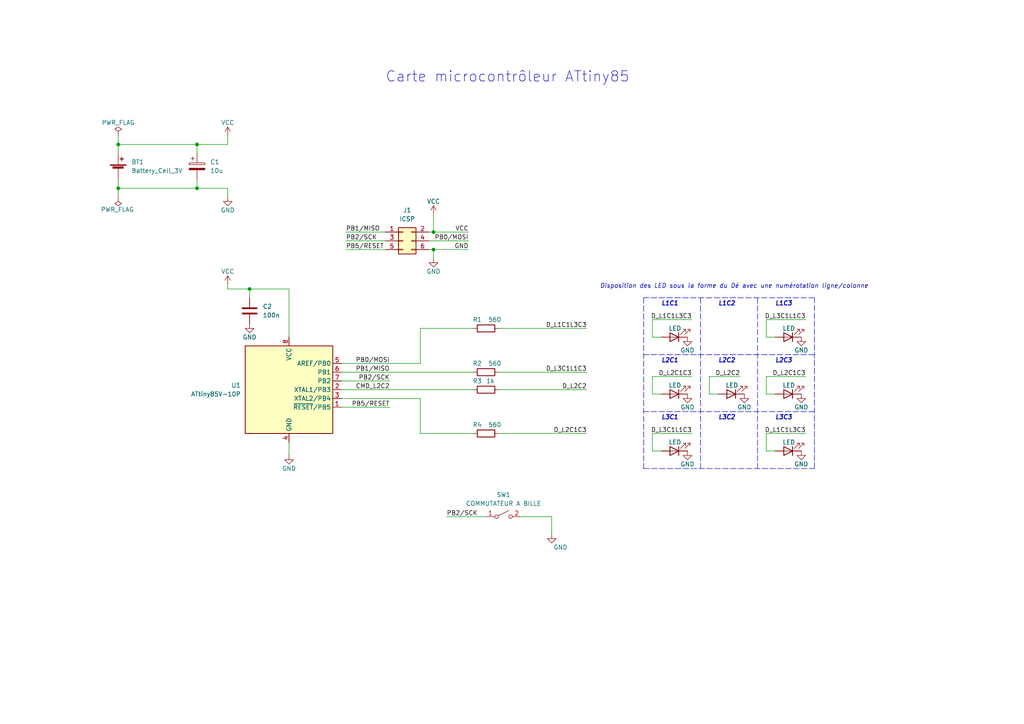
<source format=kicad_sch>
(kicad_sch (version 20210621) (generator eeschema)
  (paper "A4")
  (title_block (title "De-electronique") (date "2021-07-26") (rev "1.0"))
  (lib_symbols
    (symbol "Connector_Generic:Conn_02x03_Odd_Even" (pin_names (offset 1.016) hide)
      (property "Reference" "J" (at 1.27 5.08 0))
      (property "Value" "Conn_02x03_Odd_Even" (at 1.27 -5.08 0))
      (symbol "Conn_02x03_Odd_Even_1_1"
        (rectangle (start -1.27 -2.413) (end 0 -2.667) (stroke (width 0.1524)))
        (rectangle (start -1.27 0.127) (end 0 -0.127) (stroke (width 0.1524)))
        (rectangle (start -1.27 2.667) (end 0 2.413) (stroke (width 0.1524)))
        (rectangle (start 3.81 -2.413) (end 2.54 -2.667) (stroke (width 0.1524)))
        (rectangle (start 3.81 0.127) (end 2.54 -0.127) (stroke (width 0.1524)))
        (rectangle (start 3.81 2.667) (end 2.54 2.413) (stroke (width 0.1524)))
        (rectangle (start -1.27 3.81) (end 3.81 -3.81) (stroke (width 0.254)) (fill (type background)))
        (pin passive line (at -5.08 2.54 0) (length 3.81) (name "Pin_1") (number "1"))
        (pin passive line (at 7.62 2.54 180) (length 3.81) (name "Pin_2") (number "2"))
        (pin passive line (at -5.08 0 0) (length 3.81) (name "Pin_3") (number "3"))
        (pin passive line (at 7.62 0 180) (length 3.81) (name "Pin_4") (number "4"))
        (pin passive line (at -5.08 -2.54 0) (length 3.81) (name "Pin_5") (number "5"))
        (pin passive line (at 7.62 -2.54 180) (length 3.81) (name "Pin_6") (number "6"))
      )
    )
    (symbol "Device:Battery_Cell" (pin_numbers hide) (pin_names (offset 0) hide)
      (property "Reference" "BT" (at 2.54 2.54 0))
      (property "Value" "Battery_Cell" (at 2.54 0 0))
      (symbol "Battery_Cell_0_1"
        (rectangle (start -2.286 1.778) (end 2.286 1.524) (fill (type outline)))
        (rectangle (start -1.5748 1.1938) (end 1.4732 0.6858) (fill (type outline)))
        (polyline (pts (xy 0 0.762) (xy 0 0)))
        (polyline (pts (xy 0 1.778) (xy 0 2.54)))
        (polyline (pts (xy 0.508 3.429) (xy 1.524 3.429)) (stroke (width 0.254)))
        (polyline (pts (xy 1.016 3.937) (xy 1.016 2.921)) (stroke (width 0.254)))
      )
      (symbol "Battery_Cell_1_1"
        (pin passive line (at 0 5.08 270) (length 2.54) (name "+") (number "1"))
        (pin passive line (at 0 -2.54 90) (length 2.54) (name "-") (number "2"))
      )
    )
    (symbol "Device:C" (pin_numbers hide) (pin_names (offset 0.254))
      (property "Reference" "C" (at 0.635 2.54 0))
      (property "Value" "C" (at 0.635 -2.54 0))
      (symbol "C_0_1"
        (polyline (pts (xy -2.032 -0.762) (xy 2.032 -0.762)) (stroke (width 0.508)))
        (polyline (pts (xy -2.032 0.762) (xy 2.032 0.762)) (stroke (width 0.508)))
      )
      (symbol "C_1_1"
        (pin passive line (at 0 3.81 270) (length 2.794) (name "~") (number "1"))
        (pin passive line (at 0 -3.81 90) (length 2.794) (name "~") (number "2"))
      )
    )
    (symbol "Device:C_Polarized" (pin_numbers hide) (pin_names (offset 0.254))
      (property "Reference" "C" (at 0.635 2.54 0))
      (property "Value" "C_Polarized" (at 0.635 -2.54 0))
      (symbol "C_Polarized_0_1"
        (rectangle (start -2.286 0.508) (end 2.286 1.016))
        (rectangle (start 2.286 -0.508) (end -2.286 -1.016) (fill (type outline)))
        (polyline (pts (xy -1.778 2.286) (xy -0.762 2.286)))
        (polyline (pts (xy -1.27 2.794) (xy -1.27 1.778)))
      )
      (symbol "C_Polarized_1_1"
        (pin passive line (at 0 3.81 270) (length 2.794) (name "~") (number "1"))
        (pin passive line (at 0 -3.81 90) (length 2.794) (name "~") (number "2"))
      )
    )
    (symbol "Device:LED" (pin_numbers hide) (pin_names (offset 1.016) hide)
      (property "Reference" "D" (at 0 2.54 0))
      (property "Value" "LED" (at 0 -2.54 0))
      (symbol "LED_0_1"
        (polyline (pts (xy -1.27 -1.27) (xy -1.27 1.27)) (stroke (width 0.254)))
        (polyline (pts (xy -1.27 0) (xy 1.27 0)))
        (polyline (pts (xy 1.27 -1.27) (xy 1.27 1.27) (xy -1.27 0) (xy 1.27 -1.27)) (stroke (width 0.254)))
        (polyline (pts (xy -3.048 -0.762) (xy -4.572 -2.286) (xy -3.81 -2.286) (xy -4.572 -2.286) (xy -4.572 -1.524)))
        (polyline (pts (xy -1.778 -0.762) (xy -3.302 -2.286) (xy -2.54 -2.286) (xy -3.302 -2.286) (xy -3.302 -1.524)))
      )
      (symbol "LED_1_1"
        (pin passive line (at -3.81 0 0) (length 2.54) (name "K") (number "1"))
        (pin passive line (at 3.81 0 180) (length 2.54) (name "A") (number "2"))
      )
    )
    (symbol "Device:R" (pin_numbers hide) (pin_names (offset 0))
      (property "Reference" "R" (at 2.032 0 90))
      (property "Value" "R" (at 0 0 90))
      (symbol "R_0_1"
        (rectangle (start -1.016 -2.54) (end 1.016 2.54) (stroke (width 0.254)))
      )
      (symbol "R_1_1"
        (pin passive line (at 0 3.81 270) (length 1.27) (name "~") (number "1"))
        (pin passive line (at 0 -3.81 90) (length 1.27) (name "~") (number "2"))
      )
    )
    (symbol "MCU_Microchip_ATtiny:ATtiny85V-10P"
      (property "Reference" "U" (at -12.7 13.97 0))
      (property "Value" "ATtiny85V-10P" (at 2.54 -13.97 0))
      (symbol "ATtiny85V-10P_0_1"
        (rectangle (start -12.7 -12.7) (end 12.7 12.7) (stroke (width 0.254)) (fill (type background)))
      )
      (symbol "ATtiny85V-10P_1_1"
        (pin bidirectional line (at 15.24 -5.08 180) (length 2.54) (name "~{RESET}/PB5") (number "1"))
        (pin bidirectional line (at 15.24 0 180) (length 2.54) (name "XTAL1/PB3") (number "2"))
        (pin bidirectional line (at 15.24 -2.54 180) (length 2.54) (name "XTAL2/PB4") (number "3"))
        (pin power_in line (at 0 -15.24 90) (length 2.54) (name "GND") (number "4"))
        (pin bidirectional line (at 15.24 7.62 180) (length 2.54) (name "AREF/PB0") (number "5"))
        (pin bidirectional line (at 15.24 5.08 180) (length 2.54) (name "PB1") (number "6"))
        (pin bidirectional line (at 15.24 2.54 180) (length 2.54) (name "PB2") (number "7"))
        (pin power_in line (at 0 15.24 270) (length 2.54) (name "VCC") (number "8"))
      )
    )
    (symbol "Switch:SW_SPST" (pin_names (offset 0) hide)
      (property "Reference" "SW" (at 0 3.175 0))
      (property "Value" "SW_SPST" (at 0 -2.54 0))
      (symbol "SW_SPST_0_0"
        (circle (center -2.032 0) (radius 0.508))
        (circle (center 2.032 0) (radius 0.508))
        (polyline (pts (xy -1.524 0.254) (xy 1.524 1.778)))
      )
      (symbol "SW_SPST_1_1"
        (pin passive line (at -5.08 0 0) (length 2.54) (name "A") (number "1"))
        (pin passive line (at 5.08 0 180) (length 2.54) (name "B") (number "2"))
      )
    )
    (symbol "power:GND" (power) (pin_names (offset 0))
      (property "Value" "GND" (at 0 -3.81 0))
      (symbol "GND_0_1"
        (polyline (pts (xy 0 0) (xy 0 -1.27) (xy 1.27 -1.27) (xy 0 -2.54) (xy -1.27 -1.27) (xy 0 -1.27)))
      )
      (symbol "GND_1_1"
        (pin power_in line (at 0 0 270) (length 0) hide (name "GND") (number "1"))
      )
    )
    (symbol "power:PWR_FLAG" (power) (pin_numbers hide) (pin_names (offset 0) hide)
      (property "Value" "PWR_FLAG" (at 0 3.81 0))
      (symbol "PWR_FLAG_0_0"
        (pin power_out line (at 0 0 90) (length 0) (name "pwr") (number "1"))
      )
      (symbol "PWR_FLAG_0_1"
        (polyline (pts (xy 0 0) (xy 0 1.27) (xy -1.016 1.905) (xy 0 2.54) (xy 1.016 1.905) (xy 0 1.27)))
      )
    )
    (symbol "power:VCC" (power) (pin_names (offset 0))
      (property "Value" "VCC" (at 0 3.81 0))
      (symbol "VCC_0_1"
        (polyline (pts (xy -0.762 1.27) (xy 0 2.54)))
        (polyline (pts (xy 0 0) (xy 0 2.54)))
        (polyline (pts (xy 0 2.54) (xy 0.762 1.27)))
      )
      (symbol "VCC_1_1"
        (pin power_in line (at 0 0 90) (length 0) hide (name "VCC") (number "1"))
      )
    )
  )
  (junction (at 34.29 41.91) (diameter 0.9144))
  (junction (at 34.29 54.61) (diameter 0.9144))
  (junction (at 57.15 41.91) (diameter 0.9144))
  (junction (at 57.15 54.61) (diameter 0.9144))
  (junction (at 72.39 83.82) (diameter 0.9144))
  (junction (at 125.73 67.31) (diameter 0.9144))
  (junction (at 125.73 72.39) (diameter 0.9144))
  (wire (pts (xy 34.29 39.37) (xy 34.29 41.91)))
  (wire (pts (xy 34.29 41.91) (xy 34.29 44.45)))
  (wire (pts (xy 34.29 54.61) (xy 34.29 52.07)))
  (wire (pts (xy 34.29 57.15) (xy 34.29 54.61)))
  (wire (pts (xy 57.15 41.91) (xy 34.29 41.91)))
  (wire (pts (xy 57.15 44.45) (xy 57.15 41.91)))
  (wire (pts (xy 57.15 52.07) (xy 57.15 54.61)))
  (wire (pts (xy 57.15 54.61) (xy 34.29 54.61)))
  (wire (pts (xy 66.04 39.37) (xy 66.04 41.91)))
  (wire (pts (xy 66.04 41.91) (xy 57.15 41.91)))
  (wire (pts (xy 66.04 54.61) (xy 57.15 54.61)))
  (wire (pts (xy 66.04 57.15) (xy 66.04 54.61)))
  (wire (pts (xy 66.04 83.82) (xy 66.04 82.55)))
  (wire (pts (xy 66.04 83.82) (xy 72.39 83.82)))
  (wire (pts (xy 72.39 83.82) (xy 72.39 86.36)))
  (wire (pts (xy 83.82 83.82) (xy 72.39 83.82)))
  (wire (pts (xy 83.82 83.82) (xy 83.82 97.79)))
  (wire (pts (xy 83.82 132.08) (xy 83.82 128.27)))
  (wire (pts (xy 99.06 105.41) (xy 121.92 105.41)))
  (wire (pts (xy 99.06 107.95) (xy 137.16 107.95)))
  (wire (pts (xy 99.06 110.49) (xy 113.03 110.49)))
  (wire (pts (xy 99.06 113.03) (xy 137.16 113.03)))
  (wire (pts (xy 99.06 115.57) (xy 121.92 115.57)))
  (wire (pts (xy 99.06 118.11) (xy 113.03 118.11)))
  (wire (pts (xy 100.33 67.31) (xy 111.76 67.31)))
  (wire (pts (xy 100.33 69.85) (xy 111.76 69.85)))
  (wire (pts (xy 100.33 72.39) (xy 111.76 72.39)))
  (wire (pts (xy 121.92 95.25) (xy 137.16 95.25)))
  (wire (pts (xy 121.92 105.41) (xy 121.92 95.25)))
  (wire (pts (xy 121.92 115.57) (xy 121.92 125.73)))
  (wire (pts (xy 121.92 125.73) (xy 137.16 125.73)))
  (wire (pts (xy 124.46 67.31) (xy 125.73 67.31)))
  (wire (pts (xy 124.46 69.85) (xy 135.89 69.85)))
  (wire (pts (xy 124.46 72.39) (xy 125.73 72.39)))
  (wire (pts (xy 125.73 62.23) (xy 125.73 67.31)))
  (wire (pts (xy 125.73 67.31) (xy 135.89 67.31)))
  (wire (pts (xy 125.73 72.39) (xy 125.73 74.93)))
  (wire (pts (xy 125.73 72.39) (xy 135.89 72.39)))
  (wire (pts (xy 129.54 149.86) (xy 140.97 149.86)))
  (wire (pts (xy 144.78 95.25) (xy 170.18 95.25)))
  (wire (pts (xy 144.78 107.95) (xy 170.18 107.95)))
  (wire (pts (xy 144.78 125.73) (xy 170.18 125.73)))
  (wire (pts (xy 151.13 149.86) (xy 160.02 149.86)))
  (wire (pts (xy 160.02 149.86) (xy 160.02 154.94)))
  (wire (pts (xy 170.18 113.03) (xy 144.78 113.03)))
  (wire (pts (xy 189.23 92.71) (xy 189.23 97.79)))
  (wire (pts (xy 189.23 92.71) (xy 200.66 92.71)))
  (wire (pts (xy 189.23 109.22) (xy 189.23 114.3)))
  (wire (pts (xy 189.23 109.22) (xy 200.66 109.22)))
  (wire (pts (xy 189.23 125.73) (xy 189.23 130.81)))
  (wire (pts (xy 189.23 125.73) (xy 200.66 125.73)))
  (wire (pts (xy 191.77 97.79) (xy 189.23 97.79)))
  (wire (pts (xy 191.77 114.3) (xy 189.23 114.3)))
  (wire (pts (xy 191.77 130.81) (xy 189.23 130.81)))
  (wire (pts (xy 205.74 109.22) (xy 205.74 114.3)))
  (wire (pts (xy 205.74 109.22) (xy 214.63 109.22)))
  (wire (pts (xy 208.28 114.3) (xy 205.74 114.3)))
  (wire (pts (xy 222.25 92.71) (xy 222.25 97.79)))
  (wire (pts (xy 222.25 92.71) (xy 233.68 92.71)))
  (wire (pts (xy 222.25 109.22) (xy 222.25 114.3)))
  (wire (pts (xy 222.25 109.22) (xy 233.68 109.22)))
  (wire (pts (xy 222.25 125.73) (xy 222.25 130.81)))
  (wire (pts (xy 222.25 125.73) (xy 233.68 125.73)))
  (wire (pts (xy 224.79 97.79) (xy 222.25 97.79)))
  (wire (pts (xy 224.79 114.3) (xy 222.25 114.3)))
  (wire (pts (xy 224.79 130.81) (xy 222.25 130.81)))
  (polyline (pts (xy 186.69 86.36) (xy 186.69 135.89)) (stroke (width 0) (type dash)))
  (polyline (pts (xy 186.69 135.89) (xy 236.22 135.89)) (stroke (width 0) (type dash)))
  (polyline (pts (xy 203.2 86.36) (xy 203.2 135.89)) (stroke (width 0) (type dash)))
  (polyline (pts (xy 219.71 86.36) (xy 219.71 135.89)) (stroke (width 0) (type dash)))
  (polyline (pts (xy 236.22 86.36) (xy 186.69 86.36)) (stroke (width 0) (type dash)))
  (polyline (pts (xy 236.22 102.87) (xy 186.69 102.87)) (stroke (width 0) (type dash)))
  (polyline (pts (xy 236.22 119.38) (xy 186.69 119.38)) (stroke (width 0) (type dash)))
  (polyline (pts (xy 236.22 135.89) (xy 236.22 86.36)) (stroke (width 0) (type dash)))
  (text "Carte microcontrôleur ATtiny85" (at 111.76 24.13 0) (effects (font (size 3 3)) (justify left bottom)))
  (text "Disposition des LED sous la forme du Dé avec une numérotation ligne/colonne" (at 173.99 83.82 0) (effects (font (size 1.27 1.27) italic) (justify left bottom)))
  (text "L1C1" (at 191.77 88.9 0) (effects (font (size 1.27 1.27) (thickness 0.254) bold italic) (justify left bottom)))
  (text "L2C1" (at 191.77 105.41 0) (effects (font (size 1.27 1.27) (thickness 0.254) bold italic) (justify left bottom)))
  (text "L3C1" (at 191.77 121.92 0) (effects (font (size 1.27 1.27) (thickness 0.254) bold italic) (justify left bottom)))
  (text "L1C2" (at 208.28 88.9 0) (effects (font (size 1.27 1.27) (thickness 0.254) bold italic) (justify left bottom)))
  (text "L2C2" (at 208.28 105.41 0) (effects (font (size 1.27 1.27) (thickness 0.254) bold italic) (justify left bottom)))
  (text "L3C2" (at 208.28 121.92 0) (effects (font (size 1.27 1.27) (thickness 0.254) bold italic) (justify left bottom)))
  (text "L1C3" (at 224.79 88.9 0) (effects (font (size 1.27 1.27) (thickness 0.254) bold italic) (justify left bottom)))
  (text "L2C3" (at 224.79 105.41 0) (effects (font (size 1.27 1.27) (thickness 0.254) bold italic) (justify left bottom)))
  (text "L3C3" (at 224.79 121.92 0) (effects (font (size 1.27 1.27) (thickness 0.254) bold italic) (justify left bottom)))
  (label "PB1{slash}MISO" (at 100.33 67.31 0))
  (label "PB2{slash}SCK" (at 100.33 69.85 0))
  (label "PB5{slash}RESET" (at 100.33 72.39 0))
  (label "PB0{slash}MOSI" (at 113.03 105.41 180))
  (label "PB1{slash}MISO" (at 113.03 107.95 180))
  (label "PB2{slash}SCK" (at 113.03 110.49 180))
  (label "CMD_L2C2" (at 113.03 113.03 180))
  (label "PB5{slash}RESET" (at 113.03 118.11 180))
  (label "PB2{slash}SCK" (at 129.54 149.86 0))
  (label "VCC" (at 135.89 67.31 180))
  (label "PB0{slash}MOSI" (at 135.89 69.85 180))
  (label "GND" (at 135.89 72.39 180))
  (label "D_L1C1L3C3" (at 170.18 95.25 180))
  (label "D_L3C1L1C3" (at 170.18 107.95 180))
  (label "D_L2C2" (at 170.18 113.03 180))
  (label "D_L2C1C3" (at 170.18 125.73 180))
  (label "D_L1C1L3C3" (at 200.66 92.71 180))
  (label "D_L2C1C3" (at 200.66 109.22 180))
  (label "D_L3C1L1C3" (at 200.66 125.73 180))
  (label "D_L2C2" (at 214.63 109.22 180))
  (label "D_L3C1L1C3" (at 233.68 92.71 180))
  (label "D_L2C1C3" (at 233.68 109.22 180))
  (label "D_L1C1L3C3" (at 233.68 125.73 180))
  (symbol (lib_id "power:VCC") (at 66.04 39.37 0) (unit 1)
    (property "Reference" "#PWR01" (effects hide))
    (property "Value" "VCC" (at 66.04 35.56 0))
  )
  (symbol (lib_id "power:VCC") (at 66.04 82.55 0) (unit 1)
    (property "Reference" "#PWR03" (effects hide))
    (property "Value" "VCC" (at 66.04 78.74 0))
  )
  (symbol (lib_id "power:VCC") (at 125.73 62.23 0) (unit 1)
    (property "Reference" "#PWR06" (effects hide))
    (property "Value" "VCC" (at 125.73 58.42 0))
  )
  (symbol (lib_id "power:PWR_FLAG") (at 34.29 39.37 0) (unit 1)
    (property "Reference" "#FLG01" (effects hide))
    (property "Value" "PWR_FLAG" (at 34.29 35.56 0))
  )
  (symbol (lib_id "power:PWR_FLAG") (at 34.29 57.15 180) (unit 1)
    (property "Reference" "#FLG02" (effects hide))
    (property "Value" "PWR_FLAG" (at 29.21 60.7694 0) (effects (justify right)))
  )
  (symbol (lib_id "power:GND") (at 66.04 57.15 0) (unit 1)
    (property "Reference" "#PWR02" (effects hide))
    (property "Value" "GND" (at 66.04 60.96 0))
  )
  (symbol (lib_id "power:GND") (at 72.39 93.98 0) (unit 1)
    (property "Reference" "#PWR04" (effects hide))
    (property "Value" "GND" (at 72.39 97.79 0))
  )
  (symbol (lib_id "power:GND") (at 83.82 132.08 0) (unit 1)
    (property "Reference" "#PWR05" (effects hide))
    (property "Value" "GND" (at 83.82 135.89 0))
  )
  (symbol (lib_id "power:GND") (at 125.73 74.93 0) (unit 1)
    (property "Reference" "#PWR07" (effects hide))
    (property "Value" "GND" (at 125.73 78.74 0))
  )
  (symbol (lib_id "power:GND") (at 160.02 154.94 0) (unit 1)
    (property "Reference" "#PWR08" (effects hide))
    (property "Value" "GND" (at 162.56 158.75 0))
  )
  (symbol (lib_id "power:GND") (at 199.39 97.79 0) (unit 1)
    (property "Reference" "#PWR09" (effects hide))
    (property "Value" "GND" (at 199.39 101.6 0))
  )
  (symbol (lib_id "power:GND") (at 199.39 114.3 0) (unit 1)
    (property "Reference" "#PWR010" (effects hide))
    (property "Value" "GND" (at 199.39 118.11 0))
  )
  (symbol (lib_id "power:GND") (at 199.39 130.81 0) (unit 1)
    (property "Reference" "#PWR011" (effects hide))
    (property "Value" "GND" (at 199.39 134.62 0))
  )
  (symbol (lib_id "power:GND") (at 215.9 114.3 0) (unit 1)
    (property "Reference" "#PWR012" (effects hide))
    (property "Value" "GND" (at 215.9 118.11 0))
  )
  (symbol (lib_id "power:GND") (at 232.41 97.79 0) (unit 1)
    (property "Reference" "#PWR013" (effects hide))
    (property "Value" "GND" (at 232.41 101.6 0))
  )
  (symbol (lib_id "power:GND") (at 232.41 114.3 0) (unit 1)
    (property "Reference" "#PWR014" (effects hide))
    (property "Value" "GND" (at 232.41 118.11 0))
  )
  (symbol (lib_id "power:GND") (at 232.41 130.81 0) (unit 1)
    (property "Reference" "#PWR015" (effects hide))
    (property "Value" "GND" (at 232.41 134.62 0))
  )
  (symbol (lib_id "Device:R") (at 140.97 95.25 90) (unit 1)
    (property "Reference" "R1" (at 138.43 92.71 90))
    (property "Value" "560" (at 143.51 92.71 90))
    (property "Footprint" "Resistor_THT:R_Axial_DIN0207_L6.3mm_D2.5mm_P10.16mm_Horizontal" (effects hide))
  )
  (symbol (lib_id "Device:R") (at 140.97 107.95 90) (unit 1)
    (property "Reference" "R2" (at 138.43 105.41 90))
    (property "Value" "560" (at 143.51 105.41 90))
    (property "Footprint" "Resistor_THT:R_Axial_DIN0207_L6.3mm_D2.5mm_P10.16mm_Horizontal" (effects hide))
  )
  (symbol (lib_id "Device:R") (at 140.97 113.03 90) (unit 1)
    (property "Reference" "R3" (at 138.43 110.49 90))
    (property "Value" "1k" (at 142.24 110.49 90))
    (property "Footprint" "Resistor_THT:R_Axial_DIN0207_L6.3mm_D2.5mm_P10.16mm_Horizontal" (effects hide))
  )
  (symbol (lib_id "Device:R") (at 140.97 125.73 270) (unit 1)
    (property "Reference" "R4" (at 138.43 123.19 90))
    (property "Value" "560" (at 143.51 123.19 90))
    (property "Footprint" "Resistor_THT:R_Axial_DIN0207_L6.3mm_D2.5mm_P10.16mm_Horizontal" (effects hide))
  )
  (symbol (lib_id "Switch:SW_SPST") (at 146.05 149.86 0) (unit 1)
    (property "Reference" "SW1" (at 146.05 143.51 0))
    (property "Value" "COMMUTATEUR A BILLE" (at 146.05 146.05 0))
    (property "Footprint" "Capacitor_THT:CP_Radial_D4.0mm_P2.00mm" (effects hide))
  )
  (symbol (lib_id "Device:LED") (at 195.58 97.79 180) (unit 1)
    (property "Reference" "D_L1C1" (effects hide))
    (property "Value" "LED" (at 195.7705 95.25 0))
    (property "Footprint" "LED_THT:LED_D5.0mm_Clear" (effects hide))
  )
  (symbol (lib_id "Device:LED") (at 195.58 114.3 180) (unit 1)
    (property "Reference" "D_L2C1" (effects hide))
    (property "Value" "LED" (at 195.7705 111.76 0))
    (property "Footprint" "LED_THT:LED_D5.0mm_Clear" (effects hide))
  )
  (symbol (lib_id "Device:LED") (at 195.58 130.81 180) (unit 1)
    (property "Reference" "D_L3C1" (effects hide))
    (property "Value" "LED" (at 195.7705 128.27 0))
    (property "Footprint" "LED_THT:LED_D5.0mm_Clear" (effects hide))
  )
  (symbol (lib_id "Device:LED") (at 212.09 114.3 180) (unit 1)
    (property "Reference" "D_L2C2" (effects hide))
    (property "Value" "LED" (at 212.2805 111.76 0))
    (property "Footprint" "LED_THT:LED_D5.0mm_Clear" (effects hide))
  )
  (symbol (lib_id "Device:LED") (at 228.6 97.79 180) (unit 1)
    (property "Reference" "D_L1C3" (effects hide))
    (property "Value" "LED" (at 228.7905 95.25 0))
    (property "Footprint" "LED_THT:LED_D5.0mm_Clear" (effects hide))
  )
  (symbol (lib_id "Device:LED") (at 228.6 114.3 180) (unit 1)
    (property "Reference" "D_L2C3" (effects hide))
    (property "Value" "LED" (at 228.7905 111.76 0))
    (property "Footprint" "LED_THT:LED_D5.0mm_Clear" (effects hide))
  )
  (symbol (lib_id "Device:LED") (at 228.6 130.81 180) (unit 1)
    (property "Reference" "D_L3C3" (effects hide))
    (property "Value" "LED" (at 228.7905 128.27 0))
    (property "Footprint" "LED_THT:LED_D5.0mm_Clear" (effects hide))
  )
  (symbol (lib_id "Device:Battery_Cell") (at 34.29 49.53 0) (unit 1)
    (property "Reference" "BT1" (at 38.1 46.9899 0) (effects (justify left)))
    (property "Value" "Battery_Cell_3V" (at 38.1 49.5299 0) (effects (justify left)))
    (property "Footprint" "Connector_PinHeader_2.54mm:PinHeader_1x02_P2.54mm_Vertical" (effects hide))
  )
  (symbol (lib_id "Device:C_Polarized") (at 57.15 48.26 0) (unit 1)
    (property "Reference" "C1" (at 60.96 46.9899 0) (effects (justify left)))
    (property "Value" "10u" (at 60.96 49.5299 0) (effects (justify left)))
    (property "Footprint" "Capacitor_THT:CP_Radial_D5.0mm_P2.50mm" (effects hide))
  )
  (symbol (lib_id "Device:C") (at 72.39 90.17 0) (unit 1)
    (property "Reference" "C2" (at 76.2 88.8999 0) (effects (justify left)))
    (property "Value" "100n" (at 76.2 91.4399 0) (effects (justify left)))
    (property "Footprint" "Capacitor_THT:C_Rect_L7.2mm_W3.0mm_P5.00mm_FKS2_FKP2_MKS2_MKP2" (effects hide))
  )
  (symbol (lib_id "Connector_Generic:Conn_02x03_Odd_Even") (at 116.84 69.85 0) (unit 1)
    (property "Reference" "J1" (at 118.11 60.96 0))
    (property "Value" "ICSP" (at 118.11 63.5 0))
    (property "Footprint" "Connector_PinHeader_2.54mm:PinHeader_2x03_P2.54mm_Vertical" (effects hide))
  )
  (symbol (lib_id "MCU_Microchip_ATtiny:ATtiny85V-10P") (at 83.82 113.03 0) (unit 1)
    (property "Reference" "U1" (at 69.85 111.7599 0) (effects (justify right)))
    (property "Value" "ATtiny85V-10P" (at 69.85 114.2999 0) (effects (justify right)))
    (property "Footprint" "Package_DIP:DIP-8_W7.62mm_LongPads" (effects hide))
    (property "Datasheet" "http://ww1.microchip.com/downloads/en/DeviceDoc/atmel-2586-avr-8-bit-microcontroller-attiny25-attiny45-attiny85_datasheet.pdf" (effects hide))
  )
)
</source>
